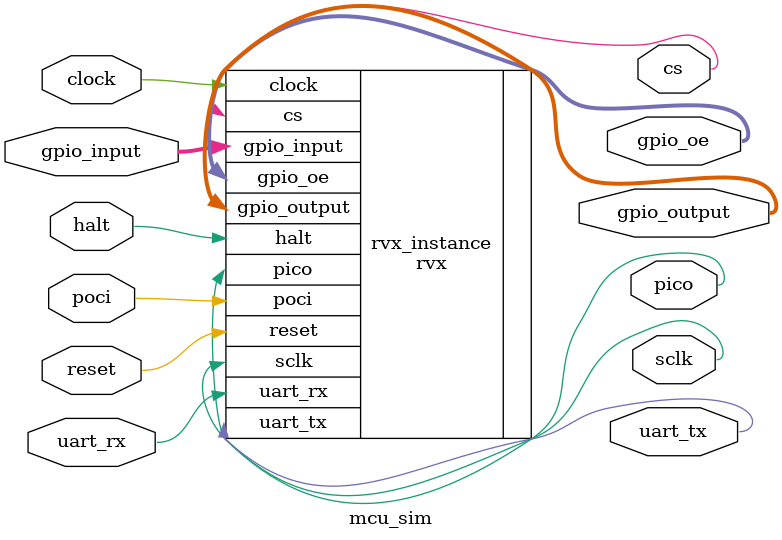
<source format=v>

module mcu_sim #(

    // Number of available I/O ports
    parameter GPIO_WIDTH    = 2,
    // Number of CS (Chip Select) pins for the SPI controller
    parameter SPI_NUM_CHIP_SELECT  = 1

  ) (

    input   wire                            clock       ,
    input   wire                            reset       ,
    input   wire                            halt        ,
    input   wire                            uart_rx     ,
    output  wire                            uart_tx     ,
    input   wire  [GPIO_WIDTH-1:0]          gpio_input  ,
    output  wire  [GPIO_WIDTH-1:0]          gpio_oe     ,
    output  wire  [GPIO_WIDTH-1:0]          gpio_output ,
    output  wire                            sclk        ,
    output  wire                            pico        ,
    input   wire                            poci        ,
    output  wire  [SPI_NUM_CHIP_SELECT-1:0] cs
  );

  rvx #(

    .CLOCK_FREQUENCY          (50000000           ),
    .UART_BAUD_RATE           (9600               ),
    .MEMORY_SIZE              (32768              ),
    .MEMORY_INIT_FILE         (""                 ),
    .BOOT_ADDRESS             (32'h00000000       ),
    .GPIO_WIDTH               (GPIO_WIDTH         )

  ) rvx_instance (

    .clock                    (clock              ),
    .reset                    (reset              ),
    .halt                     (halt               ),
    .uart_rx                  (uart_rx            ),
    .uart_tx                  (uart_tx            ),
    .gpio_input               (gpio_input         ),
    .gpio_oe                  (gpio_oe            ),
    .gpio_output              (gpio_output        ),
    .sclk                     (sclk               ),
    .pico                     (pico               ),
    .poci                     (poci               ),
    .cs                       (cs                 )
  );

endmodule

</source>
